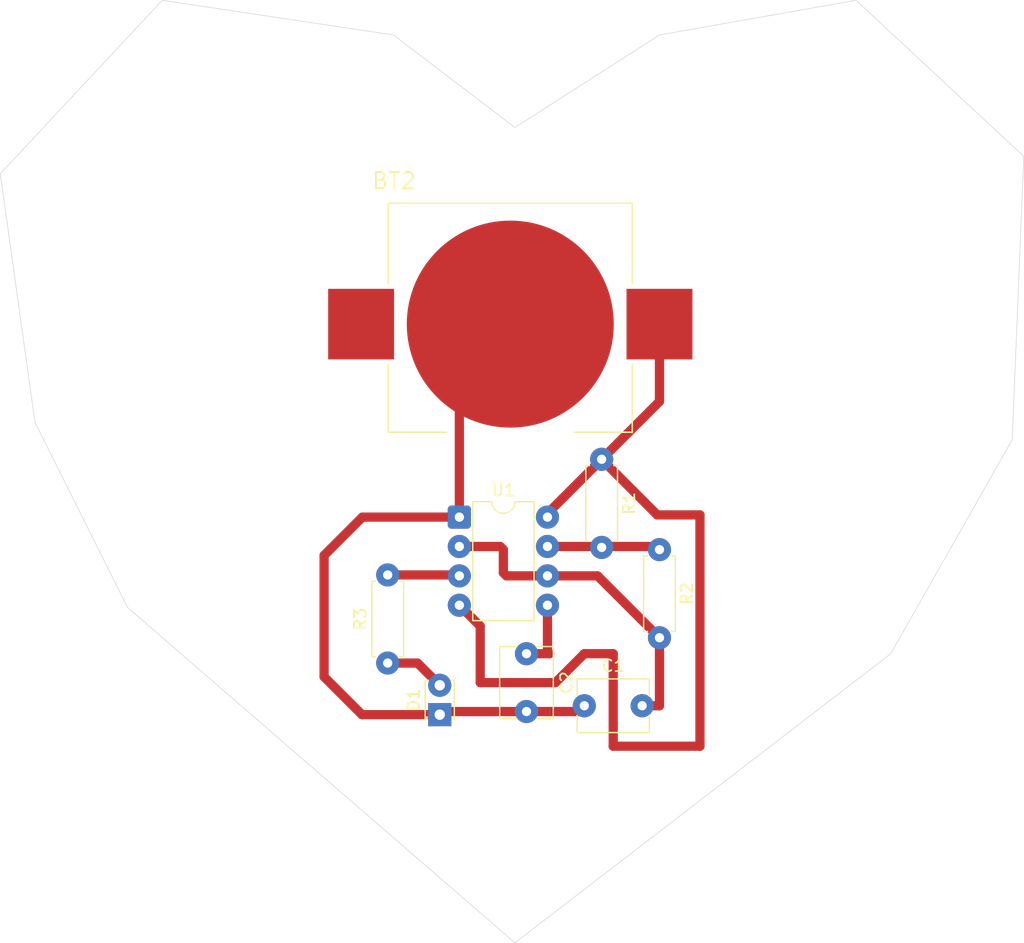
<source format=kicad_pcb>
(kicad_pcb (version 20241229) (generator "pcbnew") (generator_version "9.0")
  (layers (0 "F.Cu" signal) (2 "B.Cu" signal) (13 "F.Paste" user) (15 "B.Paste" user) (5 "F.SilkS" user "F.Silkscreen") (7 "B.SilkS" user "B.Silkscreen") (1 "F.Mask" user) (3 "B.Mask" user) (25 "Edge.Cuts" user))
  (net 0 "")
  (net 1 "GND")
  (net 2 "+3V0")
  (net 3 "Net-(U1-THR)")
  (net 4 "Net-(U1-CV)")
  (net 5 "Net-(D1-A)")
  (net 6 "Net-(U1-DIS)")
  (net 7 "Net-(U1-Q)")
  (footprint "Capacitor_THT:C_Disc_D6.0mm_W4.4mm_P5.00mm" (layer "F.Cu") (at 130 100.5 -90)
    (property "Reference" "C2" (at 2.5 -3.45 90) (layer "F.SilkS"))
    (property "Value" "10n")
    (fp_line (start -0.62 2.32) (end -0.62 0.835) (stroke (width 0.12)) (layer "F.SilkS"))
    (fp_line (start 5.62 2.32) (end -0.62 2.32) (stroke (width 0.12)) (layer "F.SilkS"))
    (fp_line (start 5.62 0.835) (end 5.62 2.32) (stroke (width 0.12)) (layer "F.SilkS"))
    (fp_line (start -0.62 -0.835) (end -0.62 -2.32) (stroke (width 0.12)) (layer "F.SilkS"))
    (fp_line (start -0.62 -2.32) (end 5.62 -2.32) (stroke (width 0.12)) (layer "F.SilkS"))
    (fp_line (start 5.62 -2.32) (end 5.62 -0.835) (stroke (width 0.12)) (layer "F.SilkS"))
    (pad "1" thru_hole circle (at 0 0 270) (size 2 2) (drill 0.8) (layers "*.Cu" "*.Mask") (net 4 "Net-(U1-CV)"))
    (pad "2" thru_hole circle (at 5 0 270) (size 2 2) (drill 0.8) (layers "*.Cu" "*.Mask") (net 1 "GND"))
  )
  (footprint "Resistor_THT:R_Axial_DIN0207_L6.3mm_D2.5mm_P7.62mm_Horizontal" (layer "F.Cu") (at 136.5 83.69 -90)
    (property "Reference" "R1" (at 3.81 -2.37 90) (layer "F.SilkS"))
    (property "Value" "4.7k")
    (fp_line (start 0.54 1.37) (end 7.08 1.37) (stroke (width 0.12)) (layer "F.SilkS"))
    (fp_line (start 7.08 1.37) (end 7.08 1.04) (stroke (width 0.12)) (layer "F.SilkS"))
    (fp_line (start 0.54 1.04) (end 0.54 1.37) (stroke (width 0.12)) (layer "F.SilkS"))
    (fp_line (start 0.54 -1.04) (end 0.54 -1.37) (stroke (width 0.12)) (layer "F.SilkS"))
    (fp_line (start 0.54 -1.37) (end 7.08 -1.37) (stroke (width 0.12)) (layer "F.SilkS"))
    (fp_line (start 7.08 -1.37) (end 7.08 -1.04) (stroke (width 0.12)) (layer "F.SilkS"))
    (pad "1" thru_hole circle (at 0 0 270) (size 2 2) (drill 0.8) (layers "*.Cu" "*.Mask") (net 2 "+3V0"))
    (pad "2" thru_hole circle (at 7.62 0 270) (size 2 2) (drill 0.8) (layers "*.Cu" "*.Mask") (net 6 "Net-(U1-DIS)"))
  )
  (footprint "Resistor_THT:R_Axial_DIN0207_L6.3mm_D2.5mm_P7.62mm_Horizontal" (layer "F.Cu") (at 141.5 91.5 -90)
    (property "Reference" "R2" (at 3.81 -2.37 90) (layer "F.SilkS"))
    (property "Value" "68k")
    (fp_line (start 0.54 1.37) (end 7.08 1.37) (stroke (width 0.12)) (layer "F.SilkS"))
    (fp_line (start 7.08 1.37) (end 7.08 1.04) (stroke (width 0.12)) (layer "F.SilkS"))
    (fp_line (start 0.54 1.04) (end 0.54 1.37) (stroke (width 0.12)) (layer "F.SilkS"))
    (fp_line (start 0.54 -1.04) (end 0.54 -1.37) (stroke (width 0.12)) (layer "F.SilkS"))
    (fp_line (start 0.54 -1.37) (end 7.08 -1.37) (stroke (width 0.12)) (layer "F.SilkS"))
    (fp_line (start 7.08 -1.37) (end 7.08 -1.04) (stroke (width 0.12)) (layer "F.SilkS"))
    (pad "1" thru_hole circle (at 0 0 270) (size 2 2) (drill 0.8) (layers "*.Cu" "*.Mask") (net 6 "Net-(U1-DIS)"))
    (pad "2" thru_hole circle (at 7.62 0 270) (size 2 2) (drill 0.8) (layers "*.Cu" "*.Mask") (net 3 "Net-(U1-THR)"))
  )
  (footprint "Capacitor_THT:C_Disc_D6.0mm_W4.4mm_P5.00mm" (layer "F.Cu") (at 135 105)
    (property "Reference" "C1" (at 2.5 -3.45 0) (layer "F.SilkS"))
    (property "Value" "C")
    (fp_line (start -0.62 -2.32) (end 5.62 -2.32) (stroke (width 0.12)) (layer "F.SilkS"))
    (fp_line (start -0.62 -0.835) (end -0.62 -2.32) (stroke (width 0.12)) (layer "F.SilkS"))
    (fp_line (start -0.62 2.32) (end -0.62 0.835) (stroke (width 0.12)) (layer "F.SilkS"))
    (fp_line (start 5.62 -2.32) (end 5.62 -0.835) (stroke (width 0.12)) (layer "F.SilkS"))
    (fp_line (start 5.62 0.835) (end 5.62 2.32) (stroke (width 0.12)) (layer "F.SilkS"))
    (fp_line (start 5.62 2.32) (end -0.62 2.32) (stroke (width 0.12)) (layer "F.SilkS"))
    (pad "1" thru_hole circle (at 0 0) (size 2 2) (drill 0.8) (layers "*.Cu" "*.Mask") (net 1 "GND"))
    (pad "2" thru_hole circle (at 5 0) (size 2 2) (drill 0.8) (layers "*.Cu" "*.Mask") (net 3 "Net-(U1-THR)"))
  )
  (footprint "LED_THT:LED_D1.8mm_W3.3mm_H2.4mm" (layer "F.Cu") (at 122.5 105.77 90)
    (property "Reference" "D1" (at 1.27 -2.26 90) (layer "F.SilkS"))
    (property "Value" "LED")
    (fp_line (start 2.98 -1.26) (end 2.98 -0.986) (stroke (width 0.12)) (layer "F.SilkS"))
    (fp_line (start -0.2 -1.26) (end -0.2 -1.08) (stroke (width 0.12)) (layer "F.SilkS"))
    (fp_line (start -0.32 -1.26) (end -0.32 -1.08) (stroke (width 0.12)) (layer "F.SilkS"))
    (fp_line (start -0.44 -1.26) (end 2.98 -1.26) (stroke (width 0.12)) (layer "F.SilkS"))
    (fp_line (start -0.44 -1.08) (end -0.44 -1.26) (stroke (width 0.12)) (layer "F.SilkS"))
    (fp_line (start 2.98 0.986) (end 2.98 1.26) (stroke (width 0.12)) (layer "F.SilkS"))
    (fp_line (start -0.2 1.08) (end -0.2 1.26) (stroke (width 0.12)) (layer "F.SilkS"))
    (fp_line (start -0.32 1.08) (end -0.32 1.26) (stroke (width 0.12)) (layer "F.SilkS"))
    (fp_line (start 2.98 1.26) (end -0.44 1.26) (stroke (width 0.12)) (layer "F.SilkS"))
    (fp_line (start -0.44 1.26) (end -0.44 1.08) (stroke (width 0.12)) (layer "F.SilkS"))
    (pad "1" thru_hole rect (at 0 0 90) (size 2 2) (drill 0.9) (layers "*.Cu" "*.Mask") (net 1 "GND"))
    (pad "2" thru_hole circle (at 2.54 0 90) (size 2 2) (drill 0.9) (layers "*.Cu" "*.Mask") (net 5 "Net-(D1-A)"))
  )
  (footprint "Resistor_THT:R_Axial_DIN0207_L6.3mm_D2.5mm_P7.62mm_Horizontal" (layer "F.Cu") (at 118 101.31 90)
    (property "Reference" "R3" (at 3.81 -2.37 90) (layer "F.SilkS"))
    (property "Value" "470R")
    (fp_line (start 7.08 -1.37) (end 7.08 -1.04) (stroke (width 0.12)) (layer "F.SilkS"))
    (fp_line (start 0.54 -1.37) (end 7.08 -1.37) (stroke (width 0.12)) (layer "F.SilkS"))
    (fp_line (start 0.54 -1.04) (end 0.54 -1.37) (stroke (width 0.12)) (layer "F.SilkS"))
    (fp_line (start 0.54 1.04) (end 0.54 1.37) (stroke (width 0.12)) (layer "F.SilkS"))
    (fp_line (start 7.08 1.37) (end 7.08 1.04) (stroke (width 0.12)) (layer "F.SilkS"))
    (fp_line (start 0.54 1.37) (end 7.08 1.37) (stroke (width 0.12)) (layer "F.SilkS"))
    (pad "1" thru_hole circle (at 0 0 90) (size 2 2) (drill 0.8) (layers "*.Cu" "*.Mask") (net 5 "Net-(D1-A)"))
    (pad "2" thru_hole circle (at 7.62 0 90) (size 2 2) (drill 0.8) (layers "*.Cu" "*.Mask") (net 7 "Net-(U1-Q)"))
  )
  (footprint "Package_DIP:DIP-8_W7.62mm" (layer "F.Cu") (at 124.195 88.69)
    (property "Reference" "U1" (at 3.81 -2.33 0) (layer "F.SilkS"))
    (property "Value" "TLC555xP")
    (fp_line (start 1.16 -1.33) (end 1.16 8.95) (stroke (width 0.12)) (layer "F.SilkS"))
    (fp_line (start 1.16 8.95) (end 6.46 8.95) (stroke (width 0.12)) (layer "F.SilkS"))
    (fp_line (start 2.81 -1.33) (end 1.16 -1.33) (stroke (width 0.12)) (layer "F.SilkS"))
    (fp_line (start 6.46 -1.33) (end 4.81 -1.33) (stroke (width 0.12)) (layer "F.SilkS"))
    (fp_line (start 6.46 8.95) (end 6.46 -1.33) (stroke (width 0.12)) (layer "F.SilkS"))
    (fp_arc (start 4.81 -1.33) (mid 3.81 -0.33) (end 2.81 -1.33) (stroke (width 0.12)) (layer "F.SilkS"))
    (pad "1" thru_hole roundrect (at 0 0) (size 2 2) (drill 0.8) (layers "*.Cu" "*.Mask") (roundrect_rratio 0.15625) (net 1 "GND"))
    (pad "2" thru_hole circle (at 0 2.54) (size 2 2) (drill 0.8) (layers "*.Cu" "*.Mask") (net 3 "Net-(U1-THR)"))
    (pad "3" thru_hole circle (at 0 5.08) (size 2 2) (drill 0.8) (layers "*.Cu" "*.Mask") (net 7 "Net-(U1-Q)"))
    (pad "4" thru_hole circle (at 0 7.62) (size 2 2) (drill 0.8) (layers "*.Cu" "*.Mask") (net 2 "+3V0"))
    (pad "5" thru_hole circle (at 7.62 7.62) (size 2 2) (drill 0.8) (layers "*.Cu" "*.Mask") (net 4 "Net-(U1-CV)"))
    (pad "6" thru_hole circle (at 7.62 5.08) (size 2 2) (drill 0.8) (layers "*.Cu" "*.Mask") (net 3 "Net-(U1-THR)"))
    (pad "7" thru_hole circle (at 7.62 2.54) (size 2 2) (drill 0.8) (layers "*.Cu" "*.Mask") (net 6 "Net-(U1-DIS)"))
    (pad "8" thru_hole circle (at 7.62 0) (size 2 2) (drill 0.8) (layers "*.Cu" "*.Mask") (net 2 "+3V0"))
  )
  (footprint "BAT-HLD-003-SMT:BAT_BAT-HLD-003-SMT" (layer "F.Cu") (at 128.6 72)
    (property "Reference" "BT2" (at -10.055 -12.389 0) (layer "F.SilkS") (effects (font (size 1.4 1.4))))
    (property "Value" "BAT-HLD-003-SMT")
    (fp_line (start -10.55 -10.45) (end 10.55 -10.45) (stroke (width 0.127)) (layer "F.SilkS"))
    (fp_line (start -10.55 -3.5) (end -10.55 -10.45) (stroke (width 0.127)) (layer "F.SilkS"))
    (fp_line (start -10.55 3.5) (end -10.55 9.35) (stroke (width 0.127)) (layer "F.SilkS"))
    (fp_line (start -10.55 9.35) (end -5.5 9.35) (stroke (width 0.127)) (layer "F.SilkS"))
    (fp_line (start 5.5 9.35) (end 10.55 9.35) (stroke (width 0.127)) (layer "F.SilkS"))
    (fp_line (start 10.55 -10.45) (end 10.55 -3.5) (stroke (width 0.127)) (layer "F.SilkS"))
    (fp_line (start 10.55 9.35) (end 10.55 3.5) (stroke (width 0.127)) (layer "F.SilkS"))
    (pad "N" smd circle (at 0 0) (size 17.9 17.9) (layers "F.Cu" "F.Mask") (net 1 "GND"))
    (pad "P1" smd rect (at -12.9 0) (size 5.7 6.1) (layers "F.Cu" "F.Mask" "F.Paste") (net 2 "+3V0"))
    (pad "P2" smd rect (at 12.9 0) (size 5.7 6.1) (layers "F.Cu" "F.Mask" "F.Paste") (net 2 "+3V0"))
  )
  (gr_poly (pts (xy 129 55) (xy 118.5 47) (xy 98.5 44) (xy 84.5 59) (xy 87.5 80.5) (xy 95.5 96.5) (xy 129 125.5) (xy 161.5 100.5) (xy 172 82) (xy 173 57.5) (xy 158.5 44) (xy 141.5 47)) (stroke (width 0.05)) (fill no) (layer "Edge.Cuts"))
  (segment (start 130 105.5) (end 122.77 105.5) (width 0.8) (layer "F.Cu") (net 1))
  (segment (start 115.81 88.69) (end 124.195 88.69) (width 0.8) (layer "F.Cu") (net 1))
  (segment (start 112.5 102.5) (end 112.5 92) (width 0.8) (layer "F.Cu") (net 1))
  (segment (start 122.5 105.77) (end 115.77 105.77) (width 0.8) (layer "F.Cu") (net 1))
  (segment (start 112.5 92) (end 115.81 88.69) (width 0.8) (layer "F.Cu") (net 1))
  (segment (start 134.5 105.5) (end 135 105) (width 0.8) (layer "F.Cu") (net 1))
  (segment (start 128.6 72) (end 124.195 76.405) (width 0.8) (layer "F.Cu") (net 1))
  (segment (start 130 105.5) (end 134.5 105.5) (width 0.8) (layer "F.Cu") (net 1))
  (segment (start 124.195 76.405) (end 124.195 88.69) (width 0.8) (layer "F.Cu") (net 1))
  (segment (start 115.77 105.77) (end 112.5 102.5) (width 0.8) (layer "F.Cu") (net 1))
  (segment (start 122.77 105.5) (end 122.5 105.77) (width 0.8) (layer "F.Cu") (net 1))
  (segment (start 145 88.5) (end 141.31 88.5) (width 0.8) (layer "F.Cu") (net 2))
  (segment (start 126 103) (end 132.5 103) (width 0.8) (layer "F.Cu") (net 2))
  (segment (start 131.815 88.375) (end 136.5 83.69) (width 0.8) (layer "F.Cu") (net 2))
  (segment (start 135 100.5) (end 137.5 100.5) (width 0.8) (layer "F.Cu") (net 2))
  (segment (start 145 108.5) (end 145 88.5) (width 0.8) (layer "F.Cu") (net 2))
  (segment (start 124.195 96.31) (end 126 98.115) (width 0.8) (layer "F.Cu") (net 2))
  (segment (start 132.5 103) (end 135 100.5) (width 0.8) (layer "F.Cu") (net 2))
  (segment (start 126 98.115) (end 126 103) (width 0.8) (layer "F.Cu") (net 2))
  (segment (start 141.5 72) (end 141.5 78.69) (width 0.8) (layer "F.Cu") (net 2))
  (segment (start 141.5 78.69) (end 136.5 83.69) (width 0.8) (layer "F.Cu") (net 2))
  (segment (start 137.5 100.5) (end 137.5 108.5) (width 0.8) (layer "F.Cu") (net 2))
  (segment (start 141.31 88.5) (end 136.5 83.69) (width 0.8) (layer "F.Cu") (net 2))
  (segment (start 137.5 108.5) (end 145 108.5) (width 0.8) (layer "F.Cu") (net 2))
  (segment (start 131.815 88.69) (end 131.815 88.375) (width 0.8) (layer "F.Cu") (net 2))
  (segment (start 131.815 93.77) (end 136.15 93.77) (width 0.8) (layer "F.Cu") (net 3))
  (segment (start 141.5 99.12) (end 141.5 105) (width 0.8) (layer "F.Cu") (net 3))
  (segment (start 128.27 93.77) (end 131.815 93.77) (width 0.8) (layer "F.Cu") (net 3))
  (segment (start 128 93.5) (end 128.27 93.77) (width 0.8) (layer "F.Cu") (net 3))
  (segment (start 141.5 105) (end 140 105) (width 0.8) (layer "F.Cu") (net 3))
  (segment (start 136.15 93.77) (end 141.5 99.12) (width 0.8) (layer "F.Cu") (net 3))
  (segment (start 124.195 91.23) (end 127.73 91.23) (width 0.8) (layer "F.Cu") (net 3))
  (segment (start 127.73 91.23) (end 128 91.5) (width 0.8) (layer "F.Cu") (net 3))
  (segment (start 128 91.5) (end 128 93.5) (width 0.8) (layer "F.Cu") (net 3))
  (segment (start 132 100.5) (end 130 100.5) (width 0.8) (layer "F.Cu") (net 4))
  (segment (start 131.815 100.315) (end 132 100.5) (width 0.8) (layer "F.Cu") (net 4))
  (segment (start 131.815 96.31) (end 131.815 100.315) (width 0.8) (layer "F.Cu") (net 4))
  (segment (start 120.58 101.31) (end 122.5 103.23) (width 0.8) (layer "F.Cu") (net 5))
  (segment (start 118 101.31) (end 120.58 101.31) (width 0.8) (layer "F.Cu") (net 5))
  (segment (start 141.23 91.23) (end 141.5 91.5) (width 0.8) (layer "F.Cu") (net 6))
  (segment (start 131.815 91.23) (end 141.23 91.23) (width 0.8) (layer "F.Cu") (net 6))
  (segment (start 118 93.69) (end 124.115 93.69) (width 0.8) (layer "F.Cu") (net 7))
  (segment (start 124.115 93.69) (end 124.195 93.77) (width 0.8) (layer "F.Cu") (net 7))
)
</source>
